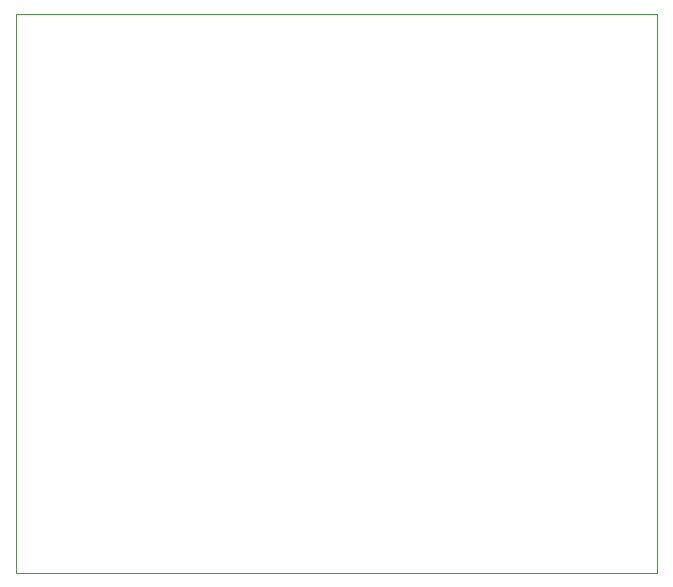
<source format=gbp>
G04 EAGLE Gerber X2 export*
%TF.Part,Single*%
%TF.FileFunction,Other,Solder paste bottom*%
%TF.FilePolarity,Positive*%
%TF.GenerationSoftware,Autodesk,EAGLE,9.1.2*%
%TF.CreationDate,2019-02-28T11:01:59Z*%
G75*
%MOMM*%
%FSLAX34Y34*%
%LPD*%
%AMOC8*
5,1,8,0,0,1.08239X$1,22.5*%
G01*
%ADD10C,0.000000*%


D10*
X-13970Y312420D02*
X528830Y312420D01*
X528830Y786030D01*
X-13970Y786030D01*
X-13970Y312420D01*
M02*

</source>
